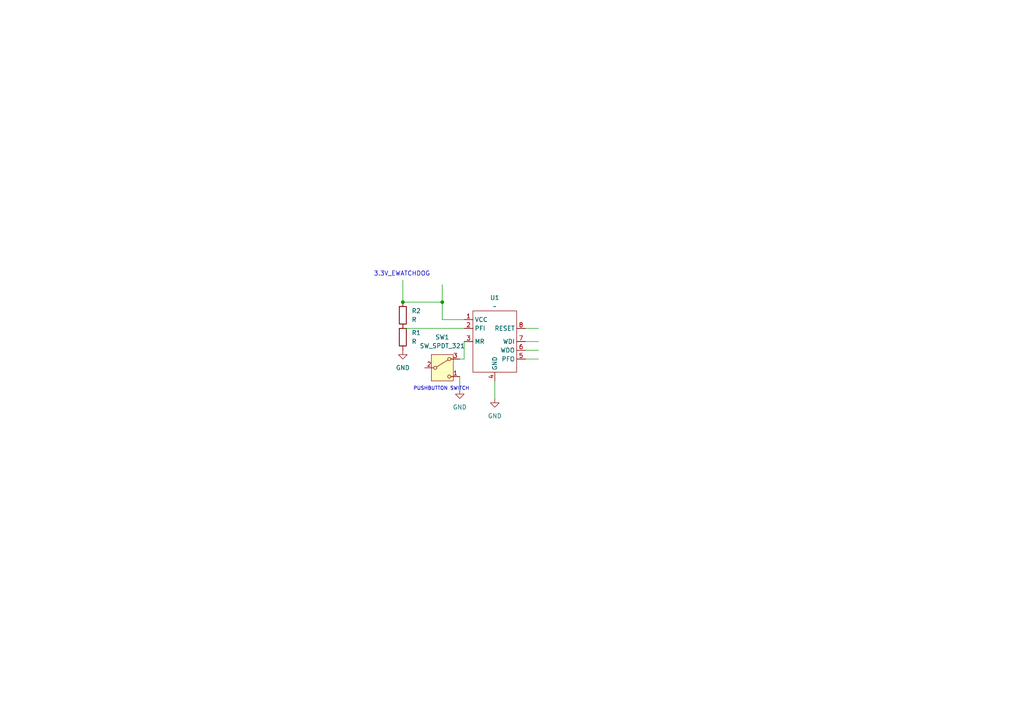
<source format=kicad_sch>
(kicad_sch
	(version 20231120)
	(generator "eeschema")
	(generator_version "8.0")
	(uuid "d1624922-373d-4e1c-a65c-e34d06f4931e")
	(paper "A4")
	(title_block
		(title "MAX706R EXTERNALWATCHDOG")
		(comment 1 "+3V Voltage Monitoring, Low-Cost µP")
		(comment 2 "Typical Operating Circuits MAX706P-R-S-T DS")
	)
	(lib_symbols
		(symbol "Device:R"
			(pin_numbers hide)
			(pin_names
				(offset 0)
			)
			(exclude_from_sim no)
			(in_bom yes)
			(on_board yes)
			(property "Reference" "R"
				(at 2.032 0 90)
				(effects
					(font
						(size 1.27 1.27)
					)
				)
			)
			(property "Value" "R"
				(at 0 0 90)
				(effects
					(font
						(size 1.27 1.27)
					)
				)
			)
			(property "Footprint" ""
				(at -1.778 0 90)
				(effects
					(font
						(size 1.27 1.27)
					)
					(hide yes)
				)
			)
			(property "Datasheet" "~"
				(at 0 0 0)
				(effects
					(font
						(size 1.27 1.27)
					)
					(hide yes)
				)
			)
			(property "Description" "Resistor"
				(at 0 0 0)
				(effects
					(font
						(size 1.27 1.27)
					)
					(hide yes)
				)
			)
			(property "ki_keywords" "R res resistor"
				(at 0 0 0)
				(effects
					(font
						(size 1.27 1.27)
					)
					(hide yes)
				)
			)
			(property "ki_fp_filters" "R_*"
				(at 0 0 0)
				(effects
					(font
						(size 1.27 1.27)
					)
					(hide yes)
				)
			)
			(symbol "R_0_1"
				(rectangle
					(start -1.016 -2.54)
					(end 1.016 2.54)
					(stroke
						(width 0.254)
						(type default)
					)
					(fill
						(type none)
					)
				)
			)
			(symbol "R_1_1"
				(pin passive line
					(at 0 3.81 270)
					(length 1.27)
					(name "~"
						(effects
							(font
								(size 1.27 1.27)
							)
						)
					)
					(number "1"
						(effects
							(font
								(size 1.27 1.27)
							)
						)
					)
				)
				(pin passive line
					(at 0 -3.81 90)
					(length 1.27)
					(name "~"
						(effects
							(font
								(size 1.27 1.27)
							)
						)
					)
					(number "2"
						(effects
							(font
								(size 1.27 1.27)
							)
						)
					)
				)
			)
		)
		(symbol "MAX706R EXTERNAL WATCHDOG:MAX706R_EXTERNAL_WATCHDOG"
			(exclude_from_sim no)
			(in_bom yes)
			(on_board yes)
			(property "Reference" "U"
				(at 0 0 0)
				(effects
					(font
						(size 1.27 1.27)
					)
				)
			)
			(property "Value" ""
				(at 0 0 0)
				(effects
					(font
						(size 1.27 1.27)
					)
				)
			)
			(property "Footprint" ""
				(at 0 0 0)
				(effects
					(font
						(size 1.27 1.27)
					)
					(hide yes)
				)
			)
			(property "Datasheet" ""
				(at 0 0 0)
				(effects
					(font
						(size 1.27 1.27)
					)
					(hide yes)
				)
			)
			(property "Description" ""
				(at 0 0 0)
				(effects
					(font
						(size 1.27 1.27)
					)
					(hide yes)
				)
			)
			(symbol "MAX706R_EXTERNAL_WATCHDOG_0_1"
				(rectangle
					(start -6.35 7.62)
					(end 6.35 -10.16)
					(stroke
						(width 0)
						(type default)
					)
					(fill
						(type none)
					)
				)
			)
			(symbol "MAX706R_EXTERNAL_WATCHDOG_1_1"
				(pin input line
					(at -8.89 5.08 0)
					(length 2.54)
					(name "VCC"
						(effects
							(font
								(size 1.27 1.27)
							)
						)
					)
					(number "1"
						(effects
							(font
								(size 1.27 1.27)
							)
						)
					)
				)
				(pin input line
					(at -8.89 2.54 0)
					(length 2.54)
					(name "PFI"
						(effects
							(font
								(size 1.27 1.27)
							)
						)
					)
					(number "2"
						(effects
							(font
								(size 1.27 1.27)
							)
						)
					)
				)
				(pin input line
					(at -8.89 -1.27 0)
					(length 2.54)
					(name "MR"
						(effects
							(font
								(size 1.27 1.27)
							)
						)
					)
					(number "3"
						(effects
							(font
								(size 1.27 1.27)
							)
						)
					)
				)
				(pin input line
					(at 0 -12.7 90)
					(length 2.54)
					(name "GND"
						(effects
							(font
								(size 1.27 1.27)
							)
						)
					)
					(number "4"
						(effects
							(font
								(size 1.27 1.27)
							)
						)
					)
				)
				(pin output line
					(at 8.89 -6.35 180)
					(length 2.54)
					(name "PFO"
						(effects
							(font
								(size 1.27 1.27)
							)
						)
					)
					(number "5"
						(effects
							(font
								(size 1.27 1.27)
							)
						)
					)
				)
				(pin output line
					(at 8.89 -3.81 180)
					(length 2.54)
					(name "WDO"
						(effects
							(font
								(size 1.27 1.27)
							)
						)
					)
					(number "6"
						(effects
							(font
								(size 1.27 1.27)
							)
						)
					)
				)
				(pin input line
					(at 8.89 -1.27 180)
					(length 2.54)
					(name "WDI"
						(effects
							(font
								(size 1.27 1.27)
							)
						)
					)
					(number "7"
						(effects
							(font
								(size 1.27 1.27)
							)
						)
					)
				)
				(pin output line
					(at 8.89 2.54 180)
					(length 2.54)
					(name "RESET"
						(effects
							(font
								(size 1.27 1.27)
							)
						)
					)
					(number "8"
						(effects
							(font
								(size 1.27 1.27)
							)
						)
					)
				)
			)
		)
		(symbol "Switch:SW_SPDT_321"
			(pin_names
				(offset 1) hide)
			(exclude_from_sim no)
			(in_bom yes)
			(on_board yes)
			(property "Reference" "SW"
				(at 0 5.08 0)
				(effects
					(font
						(size 1.27 1.27)
					)
				)
			)
			(property "Value" "SW_SPDT_321"
				(at 0 -5.08 0)
				(effects
					(font
						(size 1.27 1.27)
					)
				)
			)
			(property "Footprint" ""
				(at 0 -10.16 0)
				(effects
					(font
						(size 1.27 1.27)
					)
					(hide yes)
				)
			)
			(property "Datasheet" "~"
				(at 0 -7.62 0)
				(effects
					(font
						(size 1.27 1.27)
					)
					(hide yes)
				)
			)
			(property "Description" "Switch, single pole double throw"
				(at 0 0 0)
				(effects
					(font
						(size 1.27 1.27)
					)
					(hide yes)
				)
			)
			(property "ki_keywords" "switch single-pole double-throw spdt ON-ON"
				(at 0 0 0)
				(effects
					(font
						(size 1.27 1.27)
					)
					(hide yes)
				)
			)
			(symbol "SW_SPDT_321_0_1"
				(circle
					(center -2.032 0)
					(radius 0.4572)
					(stroke
						(width 0)
						(type default)
					)
					(fill
						(type none)
					)
				)
				(polyline
					(pts
						(xy -1.651 0.254) (xy 1.651 2.286)
					)
					(stroke
						(width 0)
						(type default)
					)
					(fill
						(type none)
					)
				)
				(circle
					(center 2.032 -2.54)
					(radius 0.4572)
					(stroke
						(width 0)
						(type default)
					)
					(fill
						(type none)
					)
				)
				(circle
					(center 2.032 2.54)
					(radius 0.4572)
					(stroke
						(width 0)
						(type default)
					)
					(fill
						(type none)
					)
				)
			)
			(symbol "SW_SPDT_321_1_1"
				(rectangle
					(start -3.175 3.81)
					(end 3.175 -3.81)
					(stroke
						(width 0)
						(type default)
					)
					(fill
						(type background)
					)
				)
				(pin passive line
					(at 5.08 -2.54 180)
					(length 2.54)
					(name "C"
						(effects
							(font
								(size 1.27 1.27)
							)
						)
					)
					(number "1"
						(effects
							(font
								(size 1.27 1.27)
							)
						)
					)
				)
				(pin passive line
					(at -5.08 0 0)
					(length 2.54)
					(name "B"
						(effects
							(font
								(size 1.27 1.27)
							)
						)
					)
					(number "2"
						(effects
							(font
								(size 1.27 1.27)
							)
						)
					)
				)
				(pin passive line
					(at 5.08 2.54 180)
					(length 2.54)
					(name "A"
						(effects
							(font
								(size 1.27 1.27)
							)
						)
					)
					(number "3"
						(effects
							(font
								(size 1.27 1.27)
							)
						)
					)
				)
			)
		)
		(symbol "power:GND"
			(power)
			(pin_numbers hide)
			(pin_names
				(offset 0) hide)
			(exclude_from_sim no)
			(in_bom yes)
			(on_board yes)
			(property "Reference" "#PWR"
				(at 0 -6.35 0)
				(effects
					(font
						(size 1.27 1.27)
					)
					(hide yes)
				)
			)
			(property "Value" "GND"
				(at 0 -3.81 0)
				(effects
					(font
						(size 1.27 1.27)
					)
				)
			)
			(property "Footprint" ""
				(at 0 0 0)
				(effects
					(font
						(size 1.27 1.27)
					)
					(hide yes)
				)
			)
			(property "Datasheet" ""
				(at 0 0 0)
				(effects
					(font
						(size 1.27 1.27)
					)
					(hide yes)
				)
			)
			(property "Description" "Power symbol creates a global label with name \"GND\" , ground"
				(at 0 0 0)
				(effects
					(font
						(size 1.27 1.27)
					)
					(hide yes)
				)
			)
			(property "ki_keywords" "global power"
				(at 0 0 0)
				(effects
					(font
						(size 1.27 1.27)
					)
					(hide yes)
				)
			)
			(symbol "GND_0_1"
				(polyline
					(pts
						(xy 0 0) (xy 0 -1.27) (xy 1.27 -1.27) (xy 0 -2.54) (xy -1.27 -1.27) (xy 0 -1.27)
					)
					(stroke
						(width 0)
						(type default)
					)
					(fill
						(type none)
					)
				)
			)
			(symbol "GND_1_1"
				(pin power_in line
					(at 0 0 270)
					(length 0)
					(name "~"
						(effects
							(font
								(size 1.27 1.27)
							)
						)
					)
					(number "1"
						(effects
							(font
								(size 1.27 1.27)
							)
						)
					)
				)
			)
		)
	)
	(junction
		(at 128.27 87.63)
		(diameter 0)
		(color 0 0 0 0)
		(uuid "8ef6a672-00ce-47c5-9753-775eef7ae48a")
	)
	(junction
		(at 116.84 87.63)
		(diameter 0)
		(color 0 0 0 0)
		(uuid "c8b3854e-87ea-4e4e-aa55-34e99bd40b65")
	)
	(wire
		(pts
			(xy 152.4 101.6) (xy 156.21 101.6)
		)
		(stroke
			(width 0)
			(type default)
		)
		(uuid "0479d5f6-25c3-41d9-8fa1-a90496561cb1")
	)
	(wire
		(pts
			(xy 134.62 99.06) (xy 134.62 104.14)
		)
		(stroke
			(width 0)
			(type default)
		)
		(uuid "0f75ad9b-91b0-4917-ae70-270996b18c2f")
	)
	(wire
		(pts
			(xy 152.4 99.06) (xy 156.21 99.06)
		)
		(stroke
			(width 0)
			(type default)
		)
		(uuid "2c775df4-f36a-472b-8fa5-6f53ee0bf930")
	)
	(wire
		(pts
			(xy 116.84 81.28) (xy 116.84 87.63)
		)
		(stroke
			(width 0)
			(type default)
		)
		(uuid "30bfe42c-9990-4735-b473-71e85778e363")
	)
	(wire
		(pts
			(xy 133.35 109.22) (xy 133.35 113.03)
		)
		(stroke
			(width 0)
			(type default)
		)
		(uuid "82cf5a4d-d5d7-44a1-aa4e-a002faca4df6")
	)
	(wire
		(pts
			(xy 134.62 104.14) (xy 133.35 104.14)
		)
		(stroke
			(width 0)
			(type default)
		)
		(uuid "8309527f-5404-4ba4-80fd-ba561fc73ee7")
	)
	(wire
		(pts
			(xy 152.4 104.14) (xy 156.21 104.14)
		)
		(stroke
			(width 0)
			(type default)
		)
		(uuid "8cdb88fc-a4ea-4683-aec1-6da95d365767")
	)
	(wire
		(pts
			(xy 128.27 82.55) (xy 128.27 87.63)
		)
		(stroke
			(width 0)
			(type default)
		)
		(uuid "9cff5228-9f70-497d-9ca2-3c6d82c9e1c2")
	)
	(wire
		(pts
			(xy 152.4 95.25) (xy 156.21 95.25)
		)
		(stroke
			(width 0)
			(type default)
		)
		(uuid "bfe12790-6b8a-4114-b450-62f911fccfaf")
	)
	(wire
		(pts
			(xy 128.27 92.71) (xy 134.62 92.71)
		)
		(stroke
			(width 0)
			(type default)
		)
		(uuid "c5e1046f-deb3-4ee0-b383-a90f1e2ff163")
	)
	(wire
		(pts
			(xy 143.51 110.49) (xy 143.51 115.57)
		)
		(stroke
			(width 0)
			(type default)
		)
		(uuid "dbf4dc78-b413-4797-9c74-d1291537155d")
	)
	(wire
		(pts
			(xy 116.84 95.25) (xy 134.62 95.25)
		)
		(stroke
			(width 0)
			(type default)
		)
		(uuid "e13b72b7-6da1-4e61-98cb-870aba41dbdb")
	)
	(wire
		(pts
			(xy 128.27 92.71) (xy 128.27 87.63)
		)
		(stroke
			(width 0)
			(type default)
		)
		(uuid "e95c361a-4417-4deb-b0b2-578171201193")
	)
	(wire
		(pts
			(xy 128.27 87.63) (xy 116.84 87.63)
		)
		(stroke
			(width 0)
			(type default)
		)
		(uuid "ed7de18a-3d82-4332-b5c4-10893d62d485")
	)
	(text "3.3V_EWATCHDOG"
		(exclude_from_sim no)
		(at 116.586 79.502 0)
		(effects
			(font
				(size 1.27 1.27)
			)
		)
		(uuid "524bc9d9-25fd-440f-8fea-5f7b49210542")
	)
	(text "PUSHBUTTON SWITCH"
		(exclude_from_sim no)
		(at 128.016 112.776 0)
		(effects
			(font
				(size 1.016 1.016)
			)
		)
		(uuid "c9e81354-03fe-45d6-88ee-f7a3f2a6d292")
	)
	(symbol
		(lib_id "power:GND")
		(at 143.51 115.57 0)
		(unit 1)
		(exclude_from_sim no)
		(in_bom yes)
		(on_board yes)
		(dnp no)
		(fields_autoplaced yes)
		(uuid "14fd47c7-9658-412a-99b6-41c7a7609a8d")
		(property "Reference" "#PWR01"
			(at 143.51 121.92 0)
			(effects
				(font
					(size 1.27 1.27)
				)
				(hide yes)
			)
		)
		(property "Value" "GND"
			(at 143.51 120.65 0)
			(effects
				(font
					(size 1.27 1.27)
				)
			)
		)
		(property "Footprint" ""
			(at 143.51 115.57 0)
			(effects
				(font
					(size 1.27 1.27)
				)
				(hide yes)
			)
		)
		(property "Datasheet" ""
			(at 143.51 115.57 0)
			(effects
				(font
					(size 1.27 1.27)
				)
				(hide yes)
			)
		)
		(property "Description" "Power symbol creates a global label with name \"GND\" , ground"
			(at 143.51 115.57 0)
			(effects
				(font
					(size 1.27 1.27)
				)
				(hide yes)
			)
		)
		(pin "1"
			(uuid "6c82023a-abd9-46d0-aceb-126a2061e5a2")
		)
		(instances
			(project ""
				(path "/d1624922-373d-4e1c-a65c-e34d06f4931e"
					(reference "#PWR01")
					(unit 1)
				)
			)
		)
	)
	(symbol
		(lib_id "Switch:SW_SPDT_321")
		(at 128.27 106.68 0)
		(unit 1)
		(exclude_from_sim no)
		(in_bom yes)
		(on_board yes)
		(dnp no)
		(fields_autoplaced yes)
		(uuid "2c479b54-ac4d-43c7-8dce-4727d0081ac2")
		(property "Reference" "SW1"
			(at 128.27 97.79 0)
			(effects
				(font
					(size 1.27 1.27)
				)
			)
		)
		(property "Value" "SW_SPDT_321"
			(at 128.27 100.33 0)
			(effects
				(font
					(size 1.27 1.27)
				)
			)
		)
		(property "Footprint" ""
			(at 128.27 116.84 0)
			(effects
				(font
					(size 1.27 1.27)
				)
				(hide yes)
			)
		)
		(property "Datasheet" "~"
			(at 128.27 114.3 0)
			(effects
				(font
					(size 1.27 1.27)
				)
				(hide yes)
			)
		)
		(property "Description" "Switch, single pole double throw"
			(at 128.27 106.68 0)
			(effects
				(font
					(size 1.27 1.27)
				)
				(hide yes)
			)
		)
		(pin "3"
			(uuid "2a6ff387-2ac9-43e1-af3a-1e5866c64b97")
		)
		(pin "2"
			(uuid "cfb04465-61a6-43b5-8edc-14ec3622846b")
		)
		(pin "1"
			(uuid "bba1cd95-4f99-4a69-917c-97f9b61038aa")
		)
		(instances
			(project ""
				(path "/d1624922-373d-4e1c-a65c-e34d06f4931e"
					(reference "SW1")
					(unit 1)
				)
			)
		)
	)
	(symbol
		(lib_id "Device:R")
		(at 116.84 97.79 0)
		(unit 1)
		(exclude_from_sim no)
		(in_bom yes)
		(on_board yes)
		(dnp no)
		(fields_autoplaced yes)
		(uuid "351f406a-3f5c-4ee4-85d9-0e2231d4fd25")
		(property "Reference" "R1"
			(at 119.38 96.5199 0)
			(effects
				(font
					(size 1.27 1.27)
				)
				(justify left)
			)
		)
		(property "Value" "R"
			(at 119.38 99.0599 0)
			(effects
				(font
					(size 1.27 1.27)
				)
				(justify left)
			)
		)
		(property "Footprint" ""
			(at 115.062 97.79 90)
			(effects
				(font
					(size 1.27 1.27)
				)
				(hide yes)
			)
		)
		(property "Datasheet" "~"
			(at 116.84 97.79 0)
			(effects
				(font
					(size 1.27 1.27)
				)
				(hide yes)
			)
		)
		(property "Description" "Resistor"
			(at 116.84 97.79 0)
			(effects
				(font
					(size 1.27 1.27)
				)
				(hide yes)
			)
		)
		(pin "1"
			(uuid "a9b027c9-9f0f-427a-a57c-44486f48b397")
		)
		(pin "2"
			(uuid "98d6ba0d-9d91-4876-8bf6-9da4cadc0637")
		)
		(instances
			(project ""
				(path "/d1624922-373d-4e1c-a65c-e34d06f4931e"
					(reference "R1")
					(unit 1)
				)
			)
		)
	)
	(symbol
		(lib_id "power:GND")
		(at 133.35 113.03 0)
		(unit 1)
		(exclude_from_sim no)
		(in_bom yes)
		(on_board yes)
		(dnp no)
		(fields_autoplaced yes)
		(uuid "4fcf54a0-5344-451c-9012-ca603955f7c8")
		(property "Reference" "#PWR03"
			(at 133.35 119.38 0)
			(effects
				(font
					(size 1.27 1.27)
				)
				(hide yes)
			)
		)
		(property "Value" "GND"
			(at 133.35 118.11 0)
			(effects
				(font
					(size 1.27 1.27)
				)
			)
		)
		(property "Footprint" ""
			(at 133.35 113.03 0)
			(effects
				(font
					(size 1.27 1.27)
				)
				(hide yes)
			)
		)
		(property "Datasheet" ""
			(at 133.35 113.03 0)
			(effects
				(font
					(size 1.27 1.27)
				)
				(hide yes)
			)
		)
		(property "Description" "Power symbol creates a global label with name \"GND\" , ground"
			(at 133.35 113.03 0)
			(effects
				(font
					(size 1.27 1.27)
				)
				(hide yes)
			)
		)
		(pin "1"
			(uuid "6dec22fb-35a3-4bf9-94b1-932b8723b857")
		)
		(instances
			(project "MAX706R EXTERNAL WATCHDOG"
				(path "/d1624922-373d-4e1c-a65c-e34d06f4931e"
					(reference "#PWR03")
					(unit 1)
				)
			)
		)
	)
	(symbol
		(lib_id "Device:R")
		(at 116.84 91.44 0)
		(unit 1)
		(exclude_from_sim no)
		(in_bom yes)
		(on_board yes)
		(dnp no)
		(fields_autoplaced yes)
		(uuid "840019e0-2e19-4766-b73b-8748429dd512")
		(property "Reference" "R2"
			(at 119.38 90.1699 0)
			(effects
				(font
					(size 1.27 1.27)
				)
				(justify left)
			)
		)
		(property "Value" "R"
			(at 119.38 92.7099 0)
			(effects
				(font
					(size 1.27 1.27)
				)
				(justify left)
			)
		)
		(property "Footprint" ""
			(at 115.062 91.44 90)
			(effects
				(font
					(size 1.27 1.27)
				)
				(hide yes)
			)
		)
		(property "Datasheet" "~"
			(at 116.84 91.44 0)
			(effects
				(font
					(size 1.27 1.27)
				)
				(hide yes)
			)
		)
		(property "Description" "Resistor"
			(at 116.84 91.44 0)
			(effects
				(font
					(size 1.27 1.27)
				)
				(hide yes)
			)
		)
		(pin "1"
			(uuid "04859a74-d3f9-4835-83d6-ede678cd4bc0")
		)
		(pin "2"
			(uuid "26cdb2dc-c840-4cfe-bf2a-8cc815e7f554")
		)
		(instances
			(project "MAX706R EXTERNAL WATCHDOG"
				(path "/d1624922-373d-4e1c-a65c-e34d06f4931e"
					(reference "R2")
					(unit 1)
				)
			)
		)
	)
	(symbol
		(lib_id "MAX706R EXTERNAL WATCHDOG:MAX706R_EXTERNAL_WATCHDOG")
		(at 143.51 97.79 0)
		(unit 1)
		(exclude_from_sim no)
		(in_bom yes)
		(on_board yes)
		(dnp no)
		(fields_autoplaced yes)
		(uuid "9fbb2a33-1387-4ab0-ab4f-efd62dcfe92c")
		(property "Reference" "U1"
			(at 143.51 86.36 0)
			(effects
				(font
					(size 1.27 1.27)
				)
			)
		)
		(property "Value" "~"
			(at 143.51 88.9 0)
			(effects
				(font
					(size 1.27 1.27)
				)
			)
		)
		(property "Footprint" ""
			(at 143.51 97.79 0)
			(effects
				(font
					(size 1.27 1.27)
				)
				(hide yes)
			)
		)
		(property "Datasheet" ""
			(at 143.51 97.79 0)
			(effects
				(font
					(size 1.27 1.27)
				)
				(hide yes)
			)
		)
		(property "Description" ""
			(at 143.51 97.79 0)
			(effects
				(font
					(size 1.27 1.27)
				)
				(hide yes)
			)
		)
		(pin "4"
			(uuid "db5a0227-b7ab-462a-bbc7-970aa40123f2")
		)
		(pin "5"
			(uuid "5c5b91ae-c231-4430-b123-3627592d31da")
		)
		(pin "7"
			(uuid "1857e0d9-a1dc-41cb-a2aa-c40c70fec1c0")
		)
		(pin "1"
			(uuid "328fda06-03e6-4da7-bad8-95163cefc511")
		)
		(pin "6"
			(uuid "9fd3a10f-0aaa-489c-8332-8b13f5f6a5e7")
		)
		(pin "8"
			(uuid "d08f3fbf-7c53-4e9e-a38c-82424931b54e")
		)
		(pin "2"
			(uuid "ddb04db4-ccfc-4409-b0bd-8bd0126ae2f3")
		)
		(pin "3"
			(uuid "3337adbb-1c07-4210-bb00-492c442af336")
		)
		(instances
			(project ""
				(path "/d1624922-373d-4e1c-a65c-e34d06f4931e"
					(reference "U1")
					(unit 1)
				)
			)
		)
	)
	(symbol
		(lib_id "power:GND")
		(at 116.84 101.6 0)
		(unit 1)
		(exclude_from_sim no)
		(in_bom yes)
		(on_board yes)
		(dnp no)
		(fields_autoplaced yes)
		(uuid "a317cd59-bf34-4d65-b3d6-65ad8fdc3f63")
		(property "Reference" "#PWR02"
			(at 116.84 107.95 0)
			(effects
				(font
					(size 1.27 1.27)
				)
				(hide yes)
			)
		)
		(property "Value" "GND"
			(at 116.84 106.68 0)
			(effects
				(font
					(size 1.27 1.27)
				)
			)
		)
		(property "Footprint" ""
			(at 116.84 101.6 0)
			(effects
				(font
					(size 1.27 1.27)
				)
				(hide yes)
			)
		)
		(property "Datasheet" ""
			(at 116.84 101.6 0)
			(effects
				(font
					(size 1.27 1.27)
				)
				(hide yes)
			)
		)
		(property "Description" "Power symbol creates a global label with name \"GND\" , ground"
			(at 116.84 101.6 0)
			(effects
				(font
					(size 1.27 1.27)
				)
				(hide yes)
			)
		)
		(pin "1"
			(uuid "f159fbd1-860e-4dd0-9d32-ec479b4e28fe")
		)
		(instances
			(project "MAX706R EXTERNAL WATCHDOG"
				(path "/d1624922-373d-4e1c-a65c-e34d06f4931e"
					(reference "#PWR02")
					(unit 1)
				)
			)
		)
	)
	(sheet_instances
		(path "/"
			(page "1")
		)
	)
)

</source>
